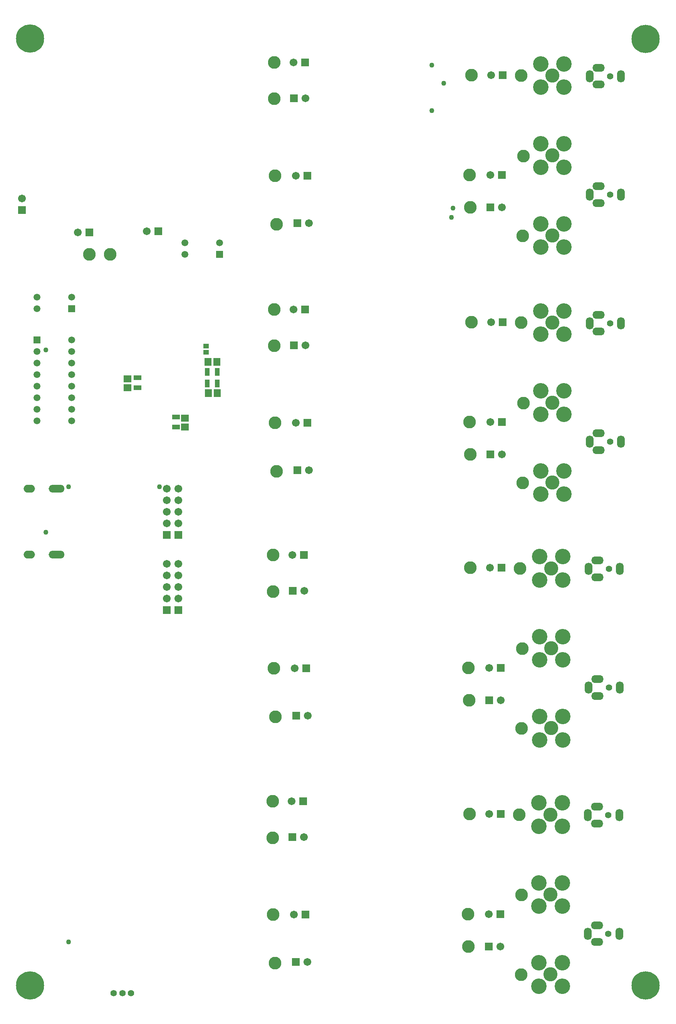
<source format=gbs>
G04*
G04 #@! TF.GenerationSoftware,Altium Limited,Altium Designer,20.1.12 (249)*
G04*
G04 Layer_Color=16711935*
%FSLAX25Y25*%
%MOIN*%
G70*
G04*
G04 #@! TF.SameCoordinates,17CD68B3-A26F-4FE0-94F3-A569FC1E460E*
G04*
G04*
G04 #@! TF.FilePolarity,Negative*
G04*
G01*
G75*
%ADD34R,0.06706X0.03950*%
%ADD35R,0.06902X0.06115*%
%ADD36R,0.04540X0.04343*%
%ADD37O,0.13792X0.06706*%
%ADD38O,0.09855X0.06706*%
%ADD39C,0.06706*%
%ADD40R,0.06706X0.06706*%
%ADD41C,0.12217*%
%ADD42C,0.13398*%
%ADD43C,0.05918*%
%ADD44R,0.05918X0.05918*%
%ADD45C,0.11000*%
%ADD46R,0.06706X0.06706*%
%ADD47C,0.05524*%
%ADD48O,0.10642X0.06706*%
%ADD49O,0.06706X0.10642*%
%ADD50C,0.04343*%
%ADD51C,0.24422*%
%ADD89R,0.06115X0.06902*%
%ADD90R,0.03950X0.06706*%
D34*
X349000Y611331D02*
D03*
Y602669D02*
D03*
X315500Y645331D02*
D03*
Y636669D02*
D03*
D35*
X356500Y602823D02*
D03*
Y610500D02*
D03*
X307000Y636661D02*
D03*
Y644339D02*
D03*
D36*
X375000Y672559D02*
D03*
Y667441D02*
D03*
D37*
X245508Y492362D02*
D03*
Y549449D02*
D03*
D38*
X222043Y492362D02*
D03*
Y549449D02*
D03*
D39*
X351000Y474500D02*
D03*
Y464500D02*
D03*
Y454500D02*
D03*
Y484500D02*
D03*
X341000D02*
D03*
Y454500D02*
D03*
Y464500D02*
D03*
Y474500D02*
D03*
X351000Y539500D02*
D03*
Y529500D02*
D03*
Y519500D02*
D03*
Y549500D02*
D03*
X341000D02*
D03*
Y519500D02*
D03*
Y529500D02*
D03*
Y539500D02*
D03*
X451000Y181000D02*
D03*
X451500Y394000D02*
D03*
X452500Y606500D02*
D03*
X452450Y820175D02*
D03*
X619500Y181500D02*
D03*
X620000Y394500D02*
D03*
X621000Y607000D02*
D03*
X620950Y820675D02*
D03*
X629500Y153500D02*
D03*
X630000Y366500D02*
D03*
X631000Y579000D02*
D03*
X630950Y792675D02*
D03*
X462500Y140000D02*
D03*
X463000Y353000D02*
D03*
X464000Y565500D02*
D03*
X463950Y779175D02*
D03*
X449000Y279000D02*
D03*
X449500Y492000D02*
D03*
X450500Y704500D02*
D03*
X450450Y918175D02*
D03*
X620000Y268000D02*
D03*
X620500Y481000D02*
D03*
X621500Y693500D02*
D03*
X621450Y907175D02*
D03*
X459500Y248000D02*
D03*
X460000Y461000D02*
D03*
X461000Y673500D02*
D03*
X460950Y887175D02*
D03*
X264000Y771000D02*
D03*
X323500Y772000D02*
D03*
X215500Y800500D02*
D03*
D40*
X351000Y444500D02*
D03*
X341000D02*
D03*
X351000Y509500D02*
D03*
X341000D02*
D03*
X215500Y790500D02*
D03*
D41*
X673000Y198375D02*
D03*
X673500Y411375D02*
D03*
X674500Y623875D02*
D03*
X674450Y837550D02*
D03*
X673000Y129250D02*
D03*
X673500Y342250D02*
D03*
X674500Y554750D02*
D03*
X674450Y768425D02*
D03*
X673000Y267500D02*
D03*
X673500Y480500D02*
D03*
X674500Y693000D02*
D03*
X674450Y906675D02*
D03*
D42*
X683050Y208425D02*
D03*
X662950D02*
D03*
X683050Y188325D02*
D03*
X662950D02*
D03*
X683550Y421425D02*
D03*
X663450D02*
D03*
X683550Y401325D02*
D03*
X663450D02*
D03*
X684550Y633925D02*
D03*
X664450D02*
D03*
X684550Y613825D02*
D03*
X664450D02*
D03*
X684500Y847600D02*
D03*
X664400D02*
D03*
X684500Y827500D02*
D03*
X664400D02*
D03*
X683050Y139300D02*
D03*
X662950D02*
D03*
X683050Y119200D02*
D03*
X662950D02*
D03*
X683550Y352300D02*
D03*
X663450D02*
D03*
X683550Y332200D02*
D03*
X663450D02*
D03*
X684550Y564800D02*
D03*
X664450D02*
D03*
X684550Y544700D02*
D03*
X664450D02*
D03*
X684500Y778475D02*
D03*
X664400D02*
D03*
X684500Y758375D02*
D03*
X664400D02*
D03*
X683050Y277550D02*
D03*
X662950D02*
D03*
X683050Y257450D02*
D03*
X662950D02*
D03*
X683550Y490550D02*
D03*
X663450D02*
D03*
X683550Y470450D02*
D03*
X663450D02*
D03*
X684550Y703050D02*
D03*
X664450D02*
D03*
X684550Y682950D02*
D03*
X664450D02*
D03*
X684500Y916725D02*
D03*
X664400D02*
D03*
X684500Y896625D02*
D03*
X664400D02*
D03*
D43*
X228500Y715000D02*
D03*
Y705000D02*
D03*
X258500Y715000D02*
D03*
X356500Y762000D02*
D03*
Y752000D02*
D03*
X386500Y762000D02*
D03*
X228500Y668000D02*
D03*
Y658000D02*
D03*
Y648000D02*
D03*
Y638000D02*
D03*
Y628000D02*
D03*
Y618000D02*
D03*
Y608000D02*
D03*
X258500Y678000D02*
D03*
Y668000D02*
D03*
Y658000D02*
D03*
Y648000D02*
D03*
Y638000D02*
D03*
Y628000D02*
D03*
Y618000D02*
D03*
Y608000D02*
D03*
D44*
Y705000D02*
D03*
X386500Y752000D02*
D03*
X228500Y678000D02*
D03*
D45*
X433000Y181000D02*
D03*
X433500Y394000D02*
D03*
X434500Y606500D02*
D03*
X434450Y820175D02*
D03*
X601500Y181500D02*
D03*
X602000Y394500D02*
D03*
X603000Y607000D02*
D03*
X602950Y820675D02*
D03*
X648000Y198000D02*
D03*
X648500Y411000D02*
D03*
X649500Y623500D02*
D03*
X649450Y837175D02*
D03*
X602000Y153500D02*
D03*
X602500Y366500D02*
D03*
X603500Y579000D02*
D03*
X603450Y792675D02*
D03*
X434500Y139000D02*
D03*
X435000Y352000D02*
D03*
X436000Y564500D02*
D03*
X435950Y778175D02*
D03*
X647500Y129000D02*
D03*
X648000Y342000D02*
D03*
X649000Y554500D02*
D03*
X648950Y768175D02*
D03*
X432500Y279000D02*
D03*
X433000Y492000D02*
D03*
X434000Y704500D02*
D03*
X433950Y918175D02*
D03*
X603000Y268000D02*
D03*
X603500Y481000D02*
D03*
X604500Y693500D02*
D03*
X604450Y907175D02*
D03*
X432500Y247500D02*
D03*
X433000Y460500D02*
D03*
X434000Y673000D02*
D03*
X433950Y886675D02*
D03*
X646000Y267500D02*
D03*
X646500Y480500D02*
D03*
X647500Y693000D02*
D03*
X647450Y906675D02*
D03*
X274000Y752000D02*
D03*
X292000D02*
D03*
D46*
X461000Y181000D02*
D03*
X461500Y394000D02*
D03*
X462500Y606500D02*
D03*
X462450Y820175D02*
D03*
X629500Y181500D02*
D03*
X630000Y394500D02*
D03*
X631000Y607000D02*
D03*
X630950Y820675D02*
D03*
X619500Y153500D02*
D03*
X620000Y366500D02*
D03*
X621000Y579000D02*
D03*
X620950Y792675D02*
D03*
X452500Y140000D02*
D03*
X453000Y353000D02*
D03*
X454000Y565500D02*
D03*
X453950Y779175D02*
D03*
X459000Y279000D02*
D03*
X459500Y492000D02*
D03*
X460500Y704500D02*
D03*
X460450Y918175D02*
D03*
X630000Y268000D02*
D03*
X630500Y481000D02*
D03*
X631500Y693500D02*
D03*
X631450Y907175D02*
D03*
X449500Y248000D02*
D03*
X450000Y461000D02*
D03*
X451000Y673500D02*
D03*
X450950Y887175D02*
D03*
X274000Y771000D02*
D03*
X333500Y772000D02*
D03*
D47*
X310000Y113000D02*
D03*
X302500D02*
D03*
X295000D02*
D03*
X724450Y803675D02*
D03*
Y906175D02*
D03*
X724500Y590000D02*
D03*
Y692500D02*
D03*
X723500Y377500D02*
D03*
Y480000D02*
D03*
X723000Y164500D02*
D03*
Y267000D02*
D03*
D48*
X714607Y796391D02*
D03*
Y810958D02*
D03*
Y898892D02*
D03*
Y913459D02*
D03*
X714657Y582717D02*
D03*
Y597284D02*
D03*
Y685217D02*
D03*
Y699784D02*
D03*
X713658Y370216D02*
D03*
Y384784D02*
D03*
Y472717D02*
D03*
Y487284D02*
D03*
X713158Y157217D02*
D03*
Y171783D02*
D03*
Y259717D02*
D03*
Y274284D02*
D03*
D49*
X706734Y803675D02*
D03*
X733950D02*
D03*
X706734Y906175D02*
D03*
X733950D02*
D03*
X706783Y590000D02*
D03*
X734000D02*
D03*
X706783Y692500D02*
D03*
X734000D02*
D03*
X705784Y377500D02*
D03*
X733000D02*
D03*
X705784Y480000D02*
D03*
X733000D02*
D03*
X705283Y164500D02*
D03*
X732500D02*
D03*
X705283Y267000D02*
D03*
X732500D02*
D03*
D50*
X334646Y551181D02*
D03*
X236221Y669291D02*
D03*
X255906Y551181D02*
D03*
X236221Y511811D02*
D03*
X255906Y157480D02*
D03*
X570325Y915550D02*
D03*
X587325Y784050D02*
D03*
X570200Y876425D02*
D03*
X588660Y792215D02*
D03*
X580450Y900175D02*
D03*
D51*
X755315Y119685D02*
D03*
X222685Y938815D02*
D03*
Y119685D02*
D03*
X755315Y938315D02*
D03*
D89*
X384177Y659000D02*
D03*
X376500D02*
D03*
X384677Y632000D02*
D03*
X377000D02*
D03*
D90*
X376000Y650500D02*
D03*
X384661D02*
D03*
X376000Y640500D02*
D03*
X384661D02*
D03*
M02*

</source>
